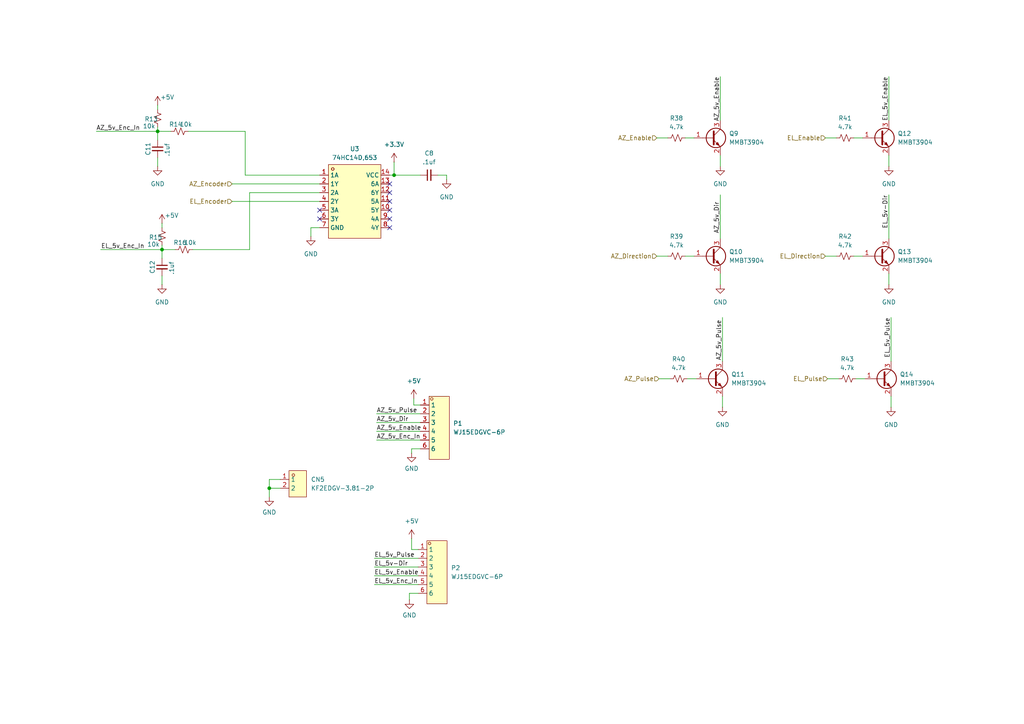
<source format=kicad_sch>
(kicad_sch (version 20250114) (generator "eeschema") (generator_version "9.0")
  (paper "A4")
  (lib_symbols
    (symbol "1x2-Connector-C441332:KF2EDGV-3.81-2P"
      (property "Reference" "CN" (at 0 6.35 0))
      (property "Value" "KF2EDGV-3.81-2P" (at 0 -6.35 0))
      (symbol "KF2EDGV-3.81-2P_0_1"
        (rectangle (start -2.54 3.81) (end 2.54 -3.81) (fill (type background)))
        (circle (center -1.27 2.54) (radius 0.38))
        (pin unspecified line (at -5.08 1.27 0) (length 2.54) (name "1") (number "1"))
        (pin unspecified line (at -5.08 -1.27 0) (length 2.54) (name "2") (number "2"))
      )
    )
    (symbol "1x6-Connector-C8415:WJ15EDGVC-6P"
      (property "Reference" "P" (at 0 11.43 0))
      (property "Value" "WJ15EDGVC-6P" (at 0 -11.43 0))
      (symbol "WJ15EDGVC-6P_0_1"
        (rectangle (start -1.27 8.89) (end 4.57 -9.4) (fill (type background)))
        (circle (center -0.51 8.13) (radius 0.38))
        (pin unspecified line (at -3.81 6.35 0) (length 2.54) (name "1") (number "1"))
        (pin unspecified line (at -3.81 3.81 0) (length 2.54) (name "2") (number "2"))
        (pin unspecified line (at -3.81 1.27 0) (length 2.54) (name "3") (number "3"))
        (pin unspecified line (at -3.81 -1.27 0) (length 2.54) (name "4") (number "4"))
        (pin unspecified line (at -3.81 -3.81 0) (length 2.54) (name "5") (number "5"))
        (pin unspecified line (at -3.81 -6.35 0) (length 2.54) (name "6") (number "6"))
      )
    )
    (symbol "74HC14D-C5605:74HC14D,653"
      (property "Reference" "U" (at 0 12.7 0))
      (property "Value" "74HC14D,653" (at 0 -12.7 0))
      (symbol "74HC14D,653_0_1"
        (rectangle (start -7.62 10.67) (end 7.62 -10.67) (fill (type background)))
        (circle (center -6.35 9.4) (radius 0.38))
        (circle (center -6.35 9.4) (radius 0.38))
        (pin unspecified line (at -10.16 7.62 0) (length 2.54) (name "1A") (number "1"))
        (pin unspecified line (at -10.16 5.08 0) (length 2.54) (name "1Y") (number "2"))
        (pin unspecified line (at -10.16 2.54 0) (length 2.54) (name "2A") (number "3"))
        (pin unspecified line (at -10.16 0 0) (length 2.54) (name "2Y") (number "4"))
        (pin unspecified line (at -10.16 -2.54 0) (length 2.54) (name "3A") (number "5"))
        (pin unspecified line (at -10.16 -5.08 0) (length 2.54) (name "3Y") (number "6"))
        (pin unspecified line (at -10.16 -7.62 0) (length 2.54) (name "GND") (number "7"))
        (pin unspecified line (at 10.16 7.62 180) (length 2.54) (name "VCC") (number "14"))
        (pin unspecified line (at 10.16 5.08 180) (length 2.54) (name "6A") (number "13"))
        (pin unspecified line (at 10.16 2.54 180) (length 2.54) (name "6Y") (number "12"))
        (pin unspecified line (at 10.16 0 180) (length 2.54) (name "5A") (number "11"))
        (pin unspecified line (at 10.16 -2.54 180) (length 2.54) (name "5Y") (number "10"))
        (pin unspecified line (at 10.16 -5.08 180) (length 2.54) (name "4A") (number "9"))
        (pin unspecified line (at 10.16 -7.62 180) (length 2.54) (name "4Y") (number "8"))
      )
    )
    (symbol "Device:C_Small" (pin_numbers (hide yes)) (pin_names (offset 0.254) (hide yes))
      (property "Reference" "C" (at 0.254 1.778 0))
      (property "Value" "C_Small" (at 0.254 -2.032 0))
      (symbol "C_Small_0_1"
        (polyline (pts (xy -1.524 0.508) (xy 1.524 0.508)) (stroke (width 0.3048)))
        (polyline (pts (xy -1.524 -0.508) (xy 1.524 -0.508)) (stroke (width 0.3302)))
      )
      (symbol "C_Small_1_1"
        (pin passive line (at 0 2.54 270) (length 2.032) (name "~") (number "1"))
        (pin passive line (at 0 -2.54 90) (length 2.032) (name "~") (number "2"))
      )
    )
    (symbol "Device:R_Small_US" (pin_numbers (hide yes)) (pin_names (offset 0.254) (hide yes))
      (property "Reference" "R" (at 0.762 0.508 0))
      (property "Value" "R_Small_US" (at 0.762 -1.016 0))
      (symbol "R_Small_US_1_1"
        (polyline (pts (xy 0 1.524) (xy 1.016 1.143) (xy 0 0.762) (xy -1.016 0.381) (xy 0 0)))
        (polyline (pts (xy 0 0) (xy 1.016 -0.381) (xy 0 -0.762) (xy -1.016 -1.143) (xy 0 -1.524)))
        (pin passive line (at 0 2.54 270) (length 1.016) (name "~") (number "1"))
        (pin passive line (at 0 -2.54 90) (length 1.016) (name "~") (number "2"))
      )
    )
    (symbol "Transistor_BJT:MMBT3904" (pin_names (offset 0) (hide yes))
      (property "Reference" "Q" (at 5.08 1.905 0))
      (property "Value" "MMBT3904" (at 5.08 0 0))
      (symbol "MMBT3904_0_1"
        (polyline (pts (xy -2.54 0) (xy 0.635 0)))
        (polyline (pts (xy 0.635 1.905) (xy 0.635 -1.905)) (stroke (width 0.508)))
        (circle (center 1.27 0) (radius 2.8194) (stroke (width 0.254)))
      )
      (symbol "MMBT3904_1_1"
        (polyline (pts (xy 0.635 0.635) (xy 2.54 2.54)))
        (polyline (pts (xy 0.635 -0.635) (xy 2.54 -2.54)))
        (polyline (pts (xy 1.27 -1.778) (xy 1.778 -1.27) (xy 2.286 -2.286) (xy 1.27 -1.778)) (fill (type outline)))
        (pin input line (at -5.08 0 0) (length 2.54) (name "B") (number "1"))
        (pin passive line (at 2.54 5.08 270) (length 2.54) (name "C") (number "3"))
        (pin passive line (at 2.54 -5.08 90) (length 2.54) (name "E") (number "2"))
      )
    )
    (symbol "power:+3.3V" (power) (pin_numbers (hide yes)) (pin_names (offset 0) (hide yes))
      (property "Value" "+3.3V" (at 0 3.556 0))
      (symbol "+3.3V_0_1"
        (polyline (pts (xy -0.762 1.27) (xy 0 2.54)))
        (polyline (pts (xy 0 2.54) (xy 0.762 1.27)))
        (polyline (pts (xy 0 0) (xy 0 2.54)))
      )
      (symbol "+3.3V_1_1"
        (pin power_in line (at 0 0 90) (length 0) (name "~") (number "1"))
      )
    )
    (symbol "power:+5V" (power) (pin_numbers (hide yes)) (pin_names (offset 0) (hide yes))
      (property "Value" "+5V" (at 0 3.556 0))
      (symbol "+5V_0_1"
        (polyline (pts (xy -0.762 1.27) (xy 0 2.54)))
        (polyline (pts (xy 0 2.54) (xy 0.762 1.27)))
        (polyline (pts (xy 0 0) (xy 0 2.54)))
      )
      (symbol "+5V_1_1"
        (pin power_in line (at 0 0 90) (length 0) (name "~") (number "1"))
      )
    )
    (symbol "power:GND" (power) (pin_numbers (hide yes)) (pin_names (offset 0) (hide yes))
      (property "Value" "GND" (at 0 -3.81 0))
      (symbol "GND_0_1"
        (polyline (pts (xy 0 0) (xy 0 -1.27) (xy 1.27 -1.27) (xy 0 -2.54) (xy -1.27 -1.27) (xy 0 -1.27)))
      )
      (symbol "GND_1_1"
        (pin power_in line (at 0 0 270) (length 0) (name "~") (number "1"))
      )
    )
  )
  (junction (at 46.99 72.39))
  (junction (at 45.72 38.1))
  (junction (at 114.3 50.8))
  (junction (at 78.105 141.605))
  (no_connect (at 113.03 53.34))
  (no_connect (at 113.03 55.88))
  (no_connect (at 113.03 58.42))
  (no_connect (at 113.03 66.04))
  (no_connect (at 113.03 63.5))
  (no_connect (at 92.71 63.5))
  (no_connect (at 92.71 60.96))
  (no_connect (at 113.03 60.96))
  (wire (pts (xy 45.72 45.72) (xy 45.72 48.26)))
  (wire (pts (xy 108.585 164.465) (xy 121.285 164.465)))
  (wire (pts (xy 90.17 68.58) (xy 90.17 66.04)))
  (wire (pts (xy 114.3 50.8) (xy 121.92 50.8)))
  (wire (pts (xy 46.99 71.12) (xy 46.99 72.39)))
  (wire (pts (xy 109.22 127.635) (xy 121.92 127.635)))
  (wire (pts (xy 199.39 109.855) (xy 201.93 109.855)))
  (wire (pts (xy 248.285 109.855) (xy 250.825 109.855)))
  (wire (pts (xy 198.755 74.295) (xy 201.295 74.295)))
  (wire (pts (xy 247.65 74.295) (xy 250.19 74.295)))
  (wire (pts (xy 240.03 109.855) (xy 243.205 109.855)))
  (wire (pts (xy 45.72 30.48) (xy 45.72 31.75)))
  (wire (pts (xy 208.915 45.085) (xy 208.915 48.26)))
  (wire (pts (xy 239.395 74.295) (xy 242.57 74.295)))
  (wire (pts (xy 55.88 72.39) (xy 72.39 72.39)))
  (wire (pts (xy 67.31 53.34) (xy 92.71 53.34)))
  (wire (pts (xy 54.61 38.1) (xy 71.12 38.1)))
  (wire (pts (xy 191.135 109.855) (xy 194.31 109.855)))
  (wire (pts (xy 109.22 120.015) (xy 121.92 120.015)))
  (wire (pts (xy 108.585 161.925) (xy 121.285 161.925)))
  (wire (pts (xy 198.755 40.005) (xy 201.295 40.005)))
  (wire (pts (xy 45.72 38.1) (xy 45.72 40.64)))
  (wire (pts (xy 71.12 50.8) (xy 92.71 50.8)))
  (wire (pts (xy 114.3 50.8) (xy 113.03 50.8)))
  (wire (pts (xy 46.99 72.39) (xy 46.99 74.93)))
  (wire (pts (xy 257.81 79.375) (xy 257.81 82.55)))
  (wire (pts (xy 208.915 22.225) (xy 208.915 34.925)))
  (wire (pts (xy 78.105 139.065) (xy 78.105 141.605)))
  (wire (pts (xy 119.38 130.175) (xy 121.92 130.175)))
  (wire (pts (xy 29.21 72.39) (xy 46.99 72.39)))
  (wire (pts (xy 27.94 38.1) (xy 45.72 38.1)))
  (wire (pts (xy 72.39 72.39) (xy 72.39 55.88)))
  (wire (pts (xy 46.99 72.39) (xy 50.8 72.39)))
  (wire (pts (xy 119.38 156.21) (xy 119.38 159.385)))
  (wire (pts (xy 208.915 56.515) (xy 208.915 69.215)))
  (wire (pts (xy 119.38 159.385) (xy 121.285 159.385)))
  (wire (pts (xy 120.015 117.475) (xy 121.92 117.475)))
  (wire (pts (xy 108.585 169.545) (xy 121.285 169.545)))
  (wire (pts (xy 78.105 141.605) (xy 81.28 141.605)))
  (wire (pts (xy 108.585 167.005) (xy 121.285 167.005)))
  (wire (pts (xy 190.5 40.005) (xy 193.675 40.005)))
  (wire (pts (xy 190.5 74.295) (xy 193.675 74.295)))
  (wire (pts (xy 45.72 38.1) (xy 49.53 38.1)))
  (wire (pts (xy 119.38 131.445) (xy 119.38 130.175)))
  (wire (pts (xy 247.65 40.005) (xy 250.19 40.005)))
  (wire (pts (xy 71.12 38.1) (xy 71.12 50.8)))
  (wire (pts (xy 114.3 46.99) (xy 114.3 50.8)))
  (wire (pts (xy 209.55 114.935) (xy 209.55 118.11)))
  (wire (pts (xy 81.28 139.065) (xy 78.105 139.065)))
  (wire (pts (xy 72.39 55.88) (xy 92.71 55.88)))
  (wire (pts (xy 129.54 52.07) (xy 129.54 50.8)))
  (wire (pts (xy 129.54 50.8) (xy 127 50.8)))
  (wire (pts (xy 109.22 125.095) (xy 121.92 125.095)))
  (wire (pts (xy 109.22 122.555) (xy 121.92 122.555)))
  (wire (pts (xy 120.015 115.57) (xy 120.015 117.475)))
  (wire (pts (xy 46.99 64.77) (xy 46.99 66.04)))
  (wire (pts (xy 118.745 173.99) (xy 118.745 172.085)))
  (wire (pts (xy 67.31 58.42) (xy 92.71 58.42)))
  (wire (pts (xy 257.81 45.085) (xy 257.81 48.26)))
  (wire (pts (xy 90.17 66.04) (xy 92.71 66.04)))
  (wire (pts (xy 257.81 22.225) (xy 257.81 34.925)))
  (wire (pts (xy 258.445 92.075) (xy 258.445 104.775)))
  (wire (pts (xy 239.395 40.005) (xy 242.57 40.005)))
  (wire (pts (xy 258.445 114.935) (xy 258.445 118.11)))
  (wire (pts (xy 208.915 79.375) (xy 208.915 82.55)))
  (wire (pts (xy 118.745 172.085) (xy 121.285 172.085)))
  (wire (pts (xy 78.105 141.605) (xy 78.105 144.145)))
  (wire (pts (xy 46.99 80.01) (xy 46.99 82.55)))
  (wire (pts (xy 209.55 92.075) (xy 209.55 104.775)))
  (wire (pts (xy 257.81 56.515) (xy 257.81 69.215)))
  (wire (pts (xy 45.72 36.83) (xy 45.72 38.1)))
  (label "AZ_5v_Enc_In" (at 40.64 38.1 180))
  (label "EL_5v_Pulse" (at 108.585 161.925 0))
  (label "EL_5v_Enc_In" (at 108.585 169.545 0))
  (label "EL_5v_Enable" (at 108.585 167.005 0))
  (label "AZ_5v_Pulse" (at 209.55 92.71 270))
  (label "EL_5v_Pulse" (at 258.445 92.075 270))
  (label "EL_5v_Enc_In" (at 41.91 72.39 180))
  (label "EL_5v-Dir" (at 108.585 164.465 0))
  (label "AZ_5v_Dir" (at 109.22 122.555 0))
  (label "EL_5v-Dir" (at 257.81 56.515 270))
  (label "AZ_5v_Pulse" (at 109.22 120.015 0))
  (label "AZ_5v_Enc_In" (at 109.22 127.635 0))
  (label "EL_5v_Enable" (at 257.81 22.225 270))
  (label "AZ_5v_Enable" (at 109.22 125.095 0))
  (label "AZ_5v_Dir" (at 208.915 58.42 270))
  (label "AZ_5v_Enable" (at 208.915 22.225 270))
  (hierarchical_label "EL_Direction" (shape input) (at 239.395 74.295 180))
  (hierarchical_label "AZ_Direction" (shape input) (at 190.5 74.295 180))
  (hierarchical_label "EL_Pulse" (shape input) (at 240.03 109.855 180))
  (hierarchical_label "AZ_Pulse" (shape input) (at 191.135 109.855 180))
  (hierarchical_label "EL_Encoder" (shape input) (at 67.31 58.42 180))
  (hierarchical_label "AZ_Encoder" (shape input) (at 67.31 53.34 180))
  (hierarchical_label "EL_Enable" (shape input) (at 239.395 40.005 180))
  (hierarchical_label "AZ_Enable" (shape input) (at 190.5 40.005 180))
  (symbol (lib_id "Device:R_Small_US") (at 45.72 34.29 0) (unit 1)
    (property "Reference" "R13" (at 41.91 34.544 0) (effects (justify left)))
    (property "Value" "10k" (at 41.402 36.576 0) (effects (justify left)))
    (property "Footprint" "Resistor_SMD:R_0805_2012Metric" (effects (hide yes)))
    (property "Description" "Resistor, small US symbol" (effects (hide yes)))
  )
  (symbol (lib_id "power:+5V") (at 120.015 115.57 0) (unit 1)
    (property "Reference" "#PWR026" (effects (hide yes)))
    (property "Value" "+5V" (at 120.015 110.49 0))
    (property "Description" "Power symbol creates a global label with name \"+5V\"" (effects (hide yes)))
  )
  (symbol (lib_id "74HC14D-C5605:74HC14D,653") (at 102.87 58.42 0) (unit 1)
    (property "Reference" "U3" (at 102.87 43.18 0))
    (property "Value" "74HC14D,653" (at 102.87 45.72 0))
    (property "Footprint" "74HC14D-C5605:SOIC-14_L8.7-W3.9-P1.27-LS6.0-BL" (effects (hide yes)))
    (property "Datasheet" "https://lcsc.com/product-detail/74-Series_NXP_74HC14D-653_74HC14D-653_C5605.html" (effects (hide yes)))
    (property "LCSC Part" "C5605" (effects (hide yes)))
  )
  (symbol (lib_id "Device:R_Small_US") (at 196.215 74.295 90) (unit 1)
    (property "Reference" "R39" (at 196.215 68.58 90))
    (property "Value" "4.7k" (at 196.215 71.12 90))
    (property "Footprint" "Resistor_SMD:R_0805_2012Metric" (effects (hide yes)))
    (property "Description" "Resistor, small US symbol" (effects (hide yes)))
  )
  (symbol (lib_id "power:GND") (at 208.915 82.55 0) (unit 1)
    (property "Reference" "#PWR024" (effects (hide yes)))
    (property "Value" "GND" (at 208.915 87.63 0))
    (property "Description" "Power symbol creates a global label with name \"GND\" , ground" (effects (hide yes)))
  )
  (symbol (lib_id "power:GND") (at 45.72 48.26 0) (unit 1)
    (property "Reference" "#PWR035" (effects (hide yes)))
    (property "Value" "GND" (at 45.72 53.34 0))
    (property "Description" "Power symbol creates a global label with name \"GND\" , ground" (effects (hide yes)))
  )
  (symbol (lib_id "1x6-Connector-C8415:WJ15EDGVC-6P") (at 125.095 165.735 0) (unit 1)
    (property "Reference" "P2" (at 130.81 164.7199 0) (effects (justify left)))
    (property "Value" "WJ15EDGVC-6P" (at 130.81 167.2599 0) (effects (justify left)))
    (property "Footprint" "1x6-Connector-C8415:CONN-TH_6P_WJ15EDGVC-3.81-6P" (effects (hide yes)))
    (property "Datasheet" "https://lcsc.com/product-detail/15EDG-Connectors_WJ15EDGVC-3-81-6P_C8415.html" (effects (hide yes)))
    (property "LCSC Part" "C8415" (effects (hide yes)))
  )
  (symbol (lib_id "Device:C_Small") (at 45.72 43.18 0) (unit 1)
    (property "Reference" "C11" (at 42.926 43.18 90))
    (property "Value" ".1uf" (at 48.514 43.434 90))
    (property "Footprint" "Capacitor_SMD:C_0805_2012Metric" (effects (hide yes)))
    (property "Description" "Unpolarized capacitor, small symbol" (effects (hide yes)))
  )
  (symbol (lib_id "Transistor_BJT:MMBT3904") (at 206.375 40.005 0) (unit 1)
    (property "Reference" "Q9" (at 211.455 38.7349 0) (effects (justify left)))
    (property "Value" "MMBT3904" (at 211.455 41.2749 0) (effects (justify left)))
    (property "Footprint" "Package_TO_SOT_SMD:SOT-23" (effects (hide yes)))
    (property "Datasheet" "https://www.onsemi.com/pdf/datasheet/pzt3904-d.pdf" (effects (hide yes)))
    (property "Description" "0.2A Ic, 40V Vce, Small Signal NPN Transistor, SOT-23" (effects (hide yes)))
  )
  (symbol (lib_id "power:GND") (at 257.81 48.26 0) (unit 1)
    (property "Reference" "#PWR032" (effects (hide yes)))
    (property "Value" "GND" (at 257.81 53.34 0))
    (property "Description" "Power symbol creates a global label with name \"GND\" , ground" (effects (hide yes)))
  )
  (symbol (lib_id "power:GND") (at 209.55 118.11 0) (unit 1)
    (property "Reference" "#PWR030" (effects (hide yes)))
    (property "Value" "GND" (at 209.55 123.19 0))
    (property "Description" "Power symbol creates a global label with name \"GND\" , ground" (effects (hide yes)))
  )
  (symbol (lib_id "Transistor_BJT:MMBT3904") (at 255.27 74.295 0) (unit 1)
    (property "Reference" "Q13" (at 260.35 73.0249 0) (effects (justify left)))
    (property "Value" "MMBT3904" (at 260.35 75.5649 0) (effects (justify left)))
    (property "Footprint" "Package_TO_SOT_SMD:SOT-23" (effects (hide yes)))
    (property "Datasheet" "https://www.onsemi.com/pdf/datasheet/pzt3904-d.pdf" (effects (hide yes)))
    (property "Description" "0.2A Ic, 40V Vce, Small Signal NPN Transistor, SOT-23" (effects (hide yes)))
  )
  (symbol (lib_id "Transistor_BJT:MMBT3904") (at 207.01 109.855 0) (unit 1)
    (property "Reference" "Q11" (at 212.09 108.5849 0) (effects (justify left)))
    (property "Value" "MMBT3904" (at 212.09 111.1249 0) (effects (justify left)))
    (property "Footprint" "Package_TO_SOT_SMD:SOT-23" (effects (hide yes)))
    (property "Datasheet" "https://www.onsemi.com/pdf/datasheet/pzt3904-d.pdf" (effects (hide yes)))
    (property "Description" "0.2A Ic, 40V Vce, Small Signal NPN Transistor, SOT-23" (effects (hide yes)))
  )
  (symbol (lib_id "Device:R_Small_US") (at 53.34 72.39 270) (unit 1)
    (property "Reference" "R16" (at 50.292 70.358 90) (effects (justify left)))
    (property "Value" "10k" (at 53.34 70.358 90) (effects (justify left)))
    (property "Footprint" "Resistor_SMD:R_0805_2012Metric" (effects (hide yes)))
    (property "Description" "Resistor, small US symbol" (effects (hide yes)))
  )
  (symbol (lib_id "power:+5V") (at 45.72 30.48 0) (unit 1)
    (property "Reference" "#PWR034" (effects (hide yes)))
    (property "Value" "+5V" (at 48.514 28.194 0))
    (property "Description" "Power symbol creates a global label with name \"+5V\"" (effects (hide yes)))
  )
  (symbol (lib_id "power:+5V") (at 46.99 64.77 0) (unit 1)
    (property "Reference" "#PWR036" (effects (hide yes)))
    (property "Value" "+5V" (at 49.784 62.484 0))
    (property "Description" "Power symbol creates a global label with name \"+5V\"" (effects (hide yes)))
  )
  (symbol (lib_id "power:GND") (at 90.17 68.58 0) (unit 1)
    (property "Reference" "#PWR028" (effects (hide yes)))
    (property "Value" "GND" (at 90.17 73.66 0))
    (property "Description" "Power symbol creates a global label with name \"GND\" , ground" (effects (hide yes)))
  )
  (symbol (lib_id "Device:R_Small_US") (at 245.11 74.295 90) (unit 1)
    (property "Reference" "R42" (at 245.11 68.58 90))
    (property "Value" "4.7k" (at 245.11 71.12 90))
    (property "Footprint" "Resistor_SMD:R_0805_2012Metric" (effects (hide yes)))
    (property "Description" "Resistor, small US symbol" (effects (hide yes)))
  )
  (symbol (lib_id "Device:C_Small") (at 46.99 77.47 0) (unit 1)
    (property "Reference" "C12" (at 44.196 77.47 90))
    (property "Value" ".1uf" (at 49.784 77.724 90))
    (property "Footprint" "Capacitor_SMD:C_0805_2012Metric" (effects (hide yes)))
    (property "Description" "Unpolarized capacitor, small symbol" (effects (hide yes)))
  )
  (symbol (lib_id "Device:R_Small_US") (at 245.11 40.005 90) (unit 1)
    (property "Reference" "R41" (at 245.11 34.29 90))
    (property "Value" "4.7k" (at 245.11 36.83 90))
    (property "Footprint" "Resistor_SMD:R_0805_2012Metric" (effects (hide yes)))
    (property "Description" "Resistor, small US symbol" (effects (hide yes)))
  )
  (symbol (lib_id "Device:R_Small_US") (at 52.07 38.1 270) (unit 1)
    (property "Reference" "R14" (at 49.022 36.068 90) (effects (justify left)))
    (property "Value" "10k" (at 52.07 36.068 90) (effects (justify left)))
    (property "Footprint" "Resistor_SMD:R_0805_2012Metric" (effects (hide yes)))
    (property "Description" "Resistor, small US symbol" (effects (hide yes)))
  )
  (symbol (lib_id "Device:R_Small_US") (at 196.215 40.005 90) (unit 1)
    (property "Reference" "R38" (at 196.215 34.29 90))
    (property "Value" "4.7k" (at 196.215 36.83 90))
    (property "Footprint" "Resistor_SMD:R_0805_2012Metric" (effects (hide yes)))
    (property "Description" "Resistor, small US symbol" (effects (hide yes)))
  )
  (symbol (lib_id "Device:C_Small") (at 124.46 50.8 90) (unit 1)
    (property "Reference" "C8" (at 124.4663 44.45 90))
    (property "Value" ".1uf" (at 124.4663 46.99 90))
    (property "Footprint" "Capacitor_SMD:C_0805_2012Metric" (effects (hide yes)))
    (property "Description" "Unpolarized capacitor, small symbol" (effects (hide yes)))
  )
  (symbol (lib_id "power:GND") (at 208.915 48.26 0) (unit 1)
    (property "Reference" "#PWR025" (effects (hide yes)))
    (property "Value" "GND" (at 208.915 53.34 0))
    (property "Description" "Power symbol creates a global label with name \"GND\" , ground" (effects (hide yes)))
  )
  (symbol (lib_id "power:GND") (at 46.99 82.55 0) (unit 1)
    (property "Reference" "#PWR037" (effects (hide yes)))
    (property "Value" "GND" (at 46.99 87.63 0))
    (property "Description" "Power symbol creates a global label with name \"GND\" , ground" (effects (hide yes)))
  )
  (symbol (lib_id "power:GND") (at 119.38 131.445 0) (unit 1)
    (property "Reference" "#PWR064" (effects (hide yes)))
    (property "Value" "GND" (at 119.38 135.89 0))
    (property "Description" "Power symbol creates a global label with name \"GND\" , ground" (effects (hide yes)))
  )
  (symbol (lib_id "power:+5V") (at 119.38 156.21 0) (unit 1)
    (property "Reference" "#PWR027" (effects (hide yes)))
    (property "Value" "+5V" (at 119.38 151.13 0))
    (property "Description" "Power symbol creates a global label with name \"+5V\"" (effects (hide yes)))
  )
  (symbol (lib_id "1x2-Connector-C441332:KF2EDGV-3.81-2P") (at 86.36 140.335 0) (unit 1)
    (property "Reference" "CN5" (at 90.17 139.0649 0) (effects (justify left)))
    (property "Value" "KF2EDGV-3.81-2P" (at 90.17 141.6049 0) (effects (justify left)))
    (property "Footprint" "1x2-Connector-C441332:CONN-TH_2P-P3.81_KF2EDGV-3.81-2P" (effects (hide yes)))
    (property "Datasheet" "https://lcsc.com/product-detail/Pluggable-System-Terminal-Block_Cixi-Kefa-Elec-KF2EDGV-3-81-2P_C441332.html" (effects (hide yes)))
    (property "LCSC Part" "C441332" (effects (hide yes)))
  )
  (symbol (lib_id "Device:R_Small_US") (at 245.745 109.855 90) (unit 1)
    (property "Reference" "R43" (at 245.745 104.14 90))
    (property "Value" "4.7k" (at 245.745 106.68 90))
    (property "Footprint" "Resistor_SMD:R_0805_2012Metric" (effects (hide yes)))
    (property "Description" "Resistor, small US symbol" (effects (hide yes)))
  )
  (symbol (lib_id "1x6-Connector-C8415:WJ15EDGVC-6P") (at 125.73 123.825 0) (unit 1)
    (property "Reference" "P1" (at 131.445 122.8099 0) (effects (justify left)))
    (property "Value" "WJ15EDGVC-6P" (at 131.445 125.3499 0) (effects (justify left)))
    (property "Footprint" "1x6-Connector-C8415:CONN-TH_6P_WJ15EDGVC-3.81-6P" (effects (hide yes)))
    (property "Datasheet" "https://lcsc.com/product-detail/15EDG-Connectors_WJ15EDGVC-3-81-6P_C8415.html" (effects (hide yes)))
    (property "LCSC Part" "C8415" (effects (hide yes)))
  )
  (symbol (lib_id "Transistor_BJT:MMBT3904") (at 255.905 109.855 0) (unit 1)
    (property "Reference" "Q14" (at 260.985 108.5849 0) (effects (justify left)))
    (property "Value" "MMBT3904" (at 260.985 111.1249 0) (effects (justify left)))
    (property "Footprint" "Package_TO_SOT_SMD:SOT-23" (effects (hide yes)))
    (property "Datasheet" "https://www.onsemi.com/pdf/datasheet/pzt3904-d.pdf" (effects (hide yes)))
    (property "Description" "0.2A Ic, 40V Vce, Small Signal NPN Transistor, SOT-23" (effects (hide yes)))
  )
  (symbol (lib_id "power:+3.3V") (at 114.3 46.99 0) (unit 1)
    (property "Reference" "#PWR029" (effects (hide yes)))
    (property "Value" "+3.3V" (at 114.3 41.91 0))
    (property "Description" "Power symbol creates a global label with name \"+3.3V\"" (effects (hide yes)))
  )
  (symbol (lib_id "power:GND") (at 129.54 52.07 0) (unit 1)
    (property "Reference" "#PWR031" (effects (hide yes)))
    (property "Value" "GND" (at 129.54 57.15 0))
    (property "Description" "Power symbol creates a global label with name \"GND\" , ground" (effects (hide yes)))
  )
  (symbol (lib_id "Transistor_BJT:MMBT3904") (at 255.27 40.005 0) (unit 1)
    (property "Reference" "Q12" (at 260.35 38.7349 0) (effects (justify left)))
    (property "Value" "MMBT3904" (at 260.35 41.2749 0) (effects (justify left)))
    (property "Footprint" "Package_TO_SOT_SMD:SOT-23" (effects (hide yes)))
    (property "Datasheet" "https://www.onsemi.com/pdf/datasheet/pzt3904-d.pdf" (effects (hide yes)))
    (property "Description" "0.2A Ic, 40V Vce, Small Signal NPN Transistor, SOT-23" (effects (hide yes)))
  )
  (symbol (lib_id "power:GND") (at 257.81 82.55 0) (unit 1)
    (property "Reference" "#PWR033" (effects (hide yes)))
    (property "Value" "GND" (at 257.81 87.63 0))
    (property "Description" "Power symbol creates a global label with name \"GND\" , ground" (effects (hide yes)))
  )
  (symbol (lib_id "power:GND") (at 258.445 118.11 0) (unit 1)
    (property "Reference" "#PWR079" (effects (hide yes)))
    (property "Value" "GND" (at 258.445 123.19 0))
    (property "Description" "Power symbol creates a global label with name \"GND\" , ground" (effects (hide yes)))
  )
  (symbol (lib_id "power:GND") (at 78.105 144.145 0) (unit 1)
    (property "Reference" "#PWR060" (effects (hide yes)))
    (property "Value" "GND" (at 78.105 148.59 0))
    (property "Description" "Power symbol creates a global label with name \"GND\" , ground" (effects (hide yes)))
  )
  (symbol (lib_id "power:GND") (at 118.745 173.99 0) (unit 1)
    (property "Reference" "#PWR065" (effects (hide yes)))
    (property "Value" "GND" (at 118.745 178.435 0))
    (property "Description" "Power symbol creates a global label with name \"GND\" , ground" (effects (hide yes)))
  )
  (symbol (lib_id "Transistor_BJT:MMBT3904") (at 206.375 74.295 0) (unit 1)
    (property "Reference" "Q10" (at 211.455 73.0249 0) (effects (justify left)))
    (property "Value" "MMBT3904" (at 211.455 75.5649 0) (effects (justify left)))
    (property "Footprint" "Package_TO_SOT_SMD:SOT-23" (effects (hide yes)))
    (property "Datasheet" "https://www.onsemi.com/pdf/datasheet/pzt3904-d.pdf" (effects (hide yes)))
    (property "Description" "0.2A Ic, 40V Vce, Small Signal NPN Transistor, SOT-23" (effects (hide yes)))
  )
  (symbol (lib_id "Device:R_Small_US") (at 196.85 109.855 90) (unit 1)
    (property "Reference" "R40" (at 196.85 104.14 90))
    (property "Value" "4.7k" (at 196.85 106.68 90))
    (property "Footprint" "Resistor_SMD:R_0805_2012Metric" (effects (hide yes)))
    (property "Description" "Resistor, small US symbol" (effects (hide yes)))
  )
  (symbol (lib_id "Device:R_Small_US") (at 46.99 68.58 0) (unit 1)
    (property "Reference" "R15" (at 43.18 68.834 0) (effects (justify left)))
    (property "Value" "10k" (at 42.672 70.866 0) (effects (justify left)))
    (property "Footprint" "Resistor_SMD:R_0805_2012Metric" (effects (hide yes)))
    (property "Description" "Resistor, small US symbol" (effects (hide yes)))
  )
)
</source>
